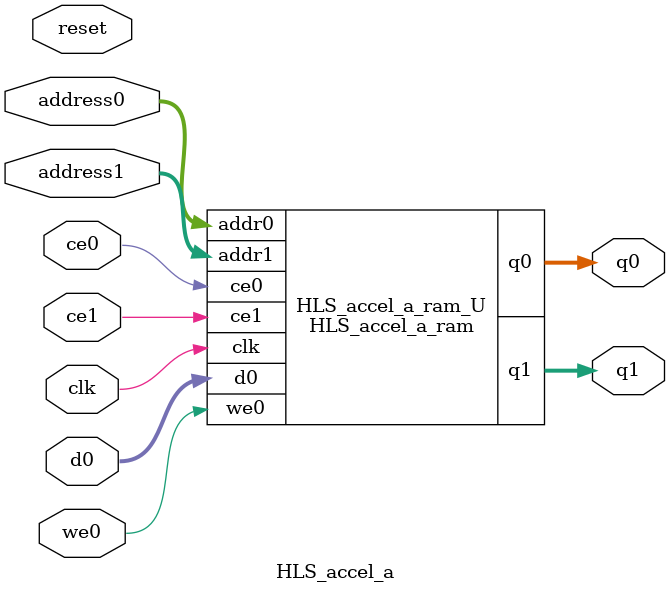
<source format=v>
`timescale 1 ns / 1 ps
module HLS_accel_a_ram (addr0, ce0, d0, we0, q0, addr1, ce1, q1,  clk);

parameter DWIDTH = 32;
parameter AWIDTH = 11;
parameter MEM_SIZE = 1764;

input[AWIDTH-1:0] addr0;
input ce0;
input[DWIDTH-1:0] d0;
input we0;
output reg[DWIDTH-1:0] q0;
input[AWIDTH-1:0] addr1;
input ce1;
output reg[DWIDTH-1:0] q1;
input clk;

(* ram_style = "block" *)reg [DWIDTH-1:0] ram[0:MEM_SIZE-1];




always @(posedge clk)  
begin 
    if (ce0) 
    begin
        if (we0) 
        begin 
            ram[addr0] <= d0; 
        end 
        q0 <= ram[addr0];
    end
end


always @(posedge clk)  
begin 
    if (ce1) 
    begin
        q1 <= ram[addr1];
    end
end


endmodule

`timescale 1 ns / 1 ps
module HLS_accel_a(
    reset,
    clk,
    address0,
    ce0,
    we0,
    d0,
    q0,
    address1,
    ce1,
    q1);

parameter DataWidth = 32'd32;
parameter AddressRange = 32'd1764;
parameter AddressWidth = 32'd11;
input reset;
input clk;
input[AddressWidth - 1:0] address0;
input ce0;
input we0;
input[DataWidth - 1:0] d0;
output[DataWidth - 1:0] q0;
input[AddressWidth - 1:0] address1;
input ce1;
output[DataWidth - 1:0] q1;



HLS_accel_a_ram HLS_accel_a_ram_U(
    .clk( clk ),
    .addr0( address0 ),
    .ce0( ce0 ),
    .we0( we0 ),
    .d0( d0 ),
    .q0( q0 ),
    .addr1( address1 ),
    .ce1( ce1 ),
    .q1( q1 ));

endmodule


</source>
